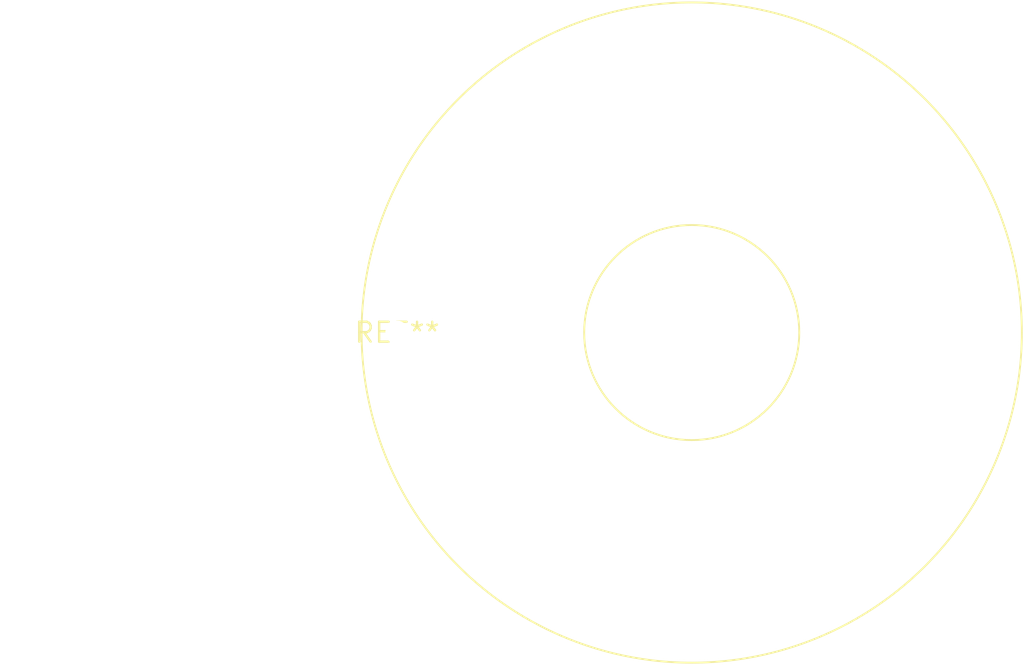
<source format=kicad_pcb>
(kicad_pcb (version 20240108) (generator pcbnew)
  (layers (0 "F.Cu" signal) (31 "B.Cu" signal) (34 "B.Paste" user) (35 "F.Paste" user) (36 "B.SilkS" user "B.Silkscreen") (37 "F.SilkS" user "F.Silkscreen") (38 "B.Mask" user) (39 "F.Mask" user) (44 "Edge.Cuts" user))
  (net 0 "")
  (footprint "L_Toroid_Horizontal_D41.9mm_P37.60mm_Vishay_TJ7" (layer "F.Cu") (at 0 0)
    (property "Reference" "REF**")
    (property "Value" "L_Toroid_Horizontal_D41.9mm_P37.60mm_Vishay_TJ7")
    (fp_circle (center 18.8 0) (end 25.663333 0) (layer "F.SilkS") (stroke (width 0.12)) (fill none))
    (fp_circle (center 18.8 0) (end 39.87 0) (layer "F.SilkS") (stroke (width 0.12)) (fill none))
    (pad "1" thru_hole circle (at 0 0) (size 3 3) (drill 1.5) (layers *.Cu *.Mask) (remove_unused_layers))
    (pad "2" thru_hole circle (at 37.6 0) (size 3 3) (drill 1.5) (layers *.Cu *.Mask) (remove_unused_layers))
  )
)
</source>
